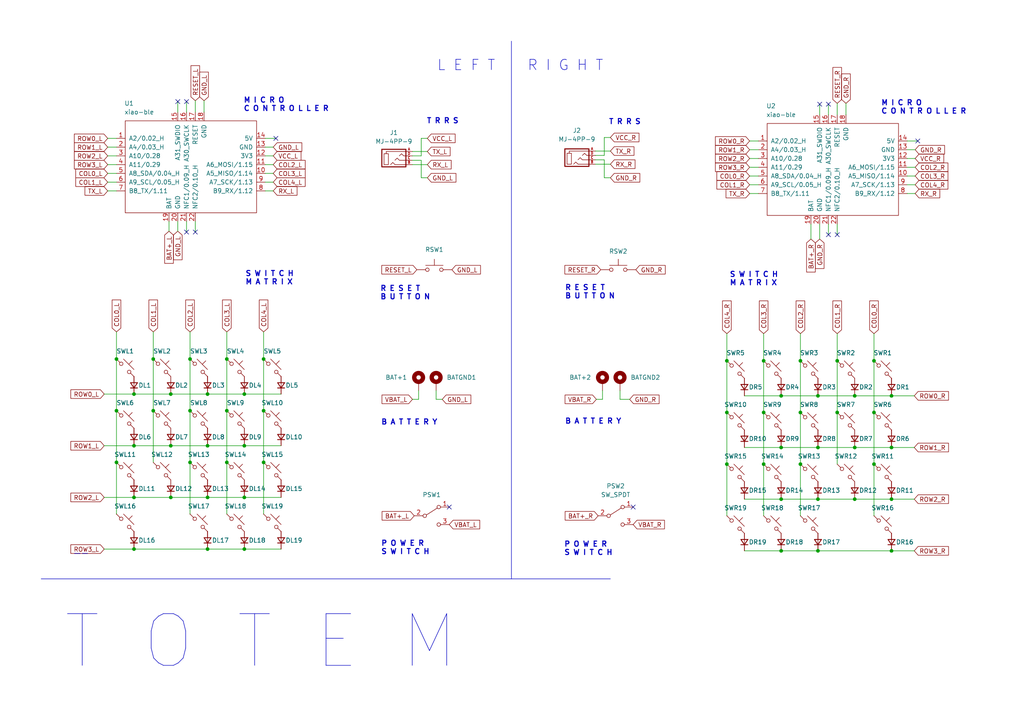
<source format=kicad_sch>
(kicad_sch (version 20250114) (generator "eeschema") (generator_version "9.0")
  (paper "A4")
  (title_block (title "TOTEM split keyboard") (date "2022-11-09") (rev "0.3") (comment 1 "made by GEIST"))
  (lib_symbols
    (symbol "Device:D_Small" (pin_numbers (hide yes)) (pin_names (offset 0.254) (hide yes))
      (property "Reference" "D" (at -1.27 2.032 0))
      (property "Value" "D_Small" (at -3.81 -2.032 0))
      (symbol "D_Small_0_1"
        (polyline (pts (xy -0.762 0) (xy 0.762 0)))
        (polyline (pts (xy -0.762 -1.016) (xy -0.762 1.016)) (stroke (width 0.254)))
        (polyline (pts (xy 0.762 -1.016) (xy -0.762 0) (xy 0.762 1.016) (xy 0.762 -1.016)) (stroke (width 0.254)))
      )
      (symbol "D_Small_1_1"
        (pin passive line (at -2.54 0 0) (length 1.778) (name "K") (number "1"))
        (pin passive line (at 2.54 0 180) (length 1.778) (name "A") (number "2"))
      )
    )
    (symbol "Mechanical:MountingHole_Pad" (pin_numbers (hide yes)) (pin_names (offset 1.016) (hide yes))
      (property "Reference" "H" (at 0 6.35 0))
      (property "Value" "MountingHole_Pad" (at 0 4.445 0))
      (symbol "MountingHole_Pad_0_1"
        (circle (center 0 1.27) (radius 1.27) (stroke (width 1.27)))
      )
      (symbol "MountingHole_Pad_1_1"
        (pin input line (at 0 -2.54 90) (length 2.54) (name "1") (number "1"))
      )
    )
    (symbol "Switch:SW_Push" (pin_numbers (hide yes)) (pin_names (offset 1.016) (hide yes))
      (property "Reference" "SW" (at 1.27 2.54 0))
      (property "Value" "SW_Push" (at 0 -1.524 0))
      (symbol "SW_Push_0_1"
        (circle (center -2.032 0) (radius 0.508))
        (polyline (pts (xy 0 1.27) (xy 0 3.048)))
        (circle (center 2.032 0) (radius 0.508))
        (polyline (pts (xy 2.54 1.27) (xy -2.54 1.27)))
        (pin passive line (at -5.08 0 0) (length 2.54) (name "1") (number "1"))
        (pin passive line (at 5.08 0 180) (length 2.54) (name "2") (number "2"))
      )
    )
    (symbol "Switch:SW_Push_45deg" (pin_numbers (hide yes)) (pin_names (offset 1.016) (hide yes))
      (property "Reference" "SW" (at 3.048 1.016 0))
      (property "Value" "SW_Push_45deg" (at 0 -3.81 0))
      (symbol "SW_Push_45deg_0_1"
        (polyline (pts (xy -2.54 2.54) (xy -1.524 1.524) (xy -1.524 1.524)))
        (circle (center -1.1684 1.1684) (radius 0.508))
        (polyline (pts (xy -0.508 2.54) (xy 2.54 -0.508)))
        (polyline (pts (xy 1.016 1.016) (xy 2.032 2.032)))
        (circle (center 1.143 -1.1938) (radius 0.508))
        (polyline (pts (xy 1.524 -1.524) (xy 2.54 -2.54) (xy 2.54 -2.54) (xy 2.54 -2.54)))
        (pin passive line (at -2.54 2.54 0) (length 0) (name "1") (number "1"))
        (pin passive line (at 2.54 -2.54 180) (length 0) (name "2") (number "2"))
      )
    )
    (symbol "Switch:SW_SPDT" (pin_names (offset 0) (hide yes))
      (property "Reference" "SW" (at 0 4.318 0))
      (property "Value" "SW_SPDT" (at 0 -5.08 0))
      (symbol "SW_SPDT_0_0"
        (circle (center -2.032 0) (radius 0.508))
        (circle (center 2.032 -2.54) (radius 0.508))
      )
      (symbol "SW_SPDT_0_1"
        (polyline (pts (xy -1.524 0.254) (xy 1.651 2.286)))
        (circle (center 2.032 2.54) (radius 0.508))
      )
      (symbol "SW_SPDT_1_1"
        (pin passive line (at -5.08 0 0) (length 2.54) (name "B") (number "2"))
        (pin passive line (at 5.08 2.54 180) (length 2.54) (name "A") (number "1"))
        (pin passive line (at 5.08 -2.54 180) (length 2.54) (name "C") (number "3"))
      )
    )
    (symbol "kbd:MJ-4PP-9" (pin_names (offset 1.016))
      (property "Reference" "J" (at 0 3.81 0))
      (property "Value" "MJ-4PP-9" (at 0 -3.81 0))
      (symbol "MJ-4PP-9_0_1"
        (polyline (pts (xy -2.54 1.27) (xy -2.54 1.905) (xy 3.175 1.905)))
        (rectangle (start -1.905 -1.905) (end -3.175 1.27))
        (polyline (pts (xy -1.27 -1.905) (xy -0.635 -1.27) (xy 0 -1.905) (xy 3.175 -1.905)))
        (polyline (pts (xy 0 -0.635) (xy 0.635 0) (xy 1.27 -0.635) (xy 3.175 -0.635)))
        (polyline (pts (xy 1.27 0.635) (xy 1.905 1.27) (xy 2.54 0.635) (xy 3.175 0.635)))
        (rectangle (start 3.175 2.54) (end -3.81 -2.54) (stroke (width 0.3048)))
      )
      (symbol "MJ-4PP-9_1_1"
        (pin input line (at 5.08 1.905 180) (length 2.0066) (name "~") (number "A"))
        (pin input line (at 5.08 0.635 180) (length 2.0066) (name "~") (number "D"))
        (pin input line (at 5.08 -0.635 180) (length 2.0066) (name "~") (number "C"))
        (pin input line (at 5.08 -1.905 180) (length 2.0066) (name "~") (number "B"))
      )
    )
    (symbol "mcu:xiao-ble" (pin_names (offset 1.016))
      (property "Reference" "U" (at -17.78 16.51 0))
      (property "Value" "xiao-ble" (at -15.24 13.97 0))
      (symbol "xiao-ble_0_1"
        (rectangle (start -19.05 12.7) (end 19.05 -13.97))
      )
      (symbol "xiao-ble_1_1"
        (pin bidirectional line (at -21.59 7.62 0) (length 2.54) (name "A2/0.02_H") (number "1"))
        (pin bidirectional line (at -21.59 5.08 0) (length 2.54) (name "A4/0.03_H") (number "2"))
        (pin bidirectional line (at -21.59 2.54 0) (length 2.54) (name "A10/0.28") (number "3"))
        (pin bidirectional line (at -21.59 0 0) (length 2.54) (name "A11/0.29") (number "4"))
        (pin bidirectional line (at -21.59 -2.54 0) (length 2.54) (name "A8_SDA/0.04_H") (number "5"))
        (pin bidirectional line (at -21.59 -5.08 0) (length 2.54) (name "A9_SCL/0.05_H") (number "6"))
        (pin bidirectional line (at -21.59 -7.62 0) (length 2.54) (name "B8_TX/1.11") (number "7"))
        (pin bidirectional line (at -6.35 -16.51 90) (length 2.54) (name "BAT") (number "19"))
        (pin input line (at -3.81 15.24 270) (length 2.54) (name "A31_SWDIO") (number "15"))
        (pin power_out line (at -3.81 -16.51 90) (length 2.54) (name "GND") (number "20"))
        (pin input line (at -1.27 15.24 270) (length 2.54) (name "A30_SWCLK") (number "16"))
        (pin bidirectional line (at -1.27 -16.51 90) (length 2.54) (name "NFC1/0.09_H") (number "21"))
        (pin input line (at 1.27 15.24 270) (length 2.54) (name "RESET") (number "17"))
        (pin bidirectional line (at 1.27 -16.51 90) (length 2.54) (name "NFC2/0.10_H") (number "22"))
        (pin power_out line (at 3.81 15.24 270) (length 2.54) (name "GND") (number "18"))
        (pin power_out line (at 21.59 7.62 180) (length 2.54) (name "5V") (number "14"))
        (pin power_out line (at 21.59 5.08 180) (length 2.54) (name "GND") (number "13"))
        (pin power_out line (at 21.59 2.54 180) (length 2.54) (name "3V3") (number "12"))
        (pin bidirectional line (at 21.59 0 180) (length 2.54) (name "A6_MOSI/1.15") (number "11"))
        (pin bidirectional line (at 21.59 -2.54 180) (length 2.54) (name "A5_MISO/1.14") (number "10"))
        (pin bidirectional line (at 21.59 -5.08 180) (length 2.54) (name "A7_SCK/1.13") (number "9"))
        (pin bidirectional line (at 21.59 -7.62 180) (length 2.54) (name "B9_RX/1.12") (number "8"))
      )
    )
  )
  (text "M I C R O \nC O N T R O L L E R" (at 255.524 33.274 0) (effects (font (size 1.5 1.5) (thickness 0.3) (bold yes)) (justify left bottom)))
  (text "T R R S" (at 176.53 36.322 0) (effects (font (size 1.5 1.5) (thickness 0.3) (bold yes)) (justify left bottom)))
  (text "R E S E T \nB U T T O N" (at 110.236 87.122 0) (effects (font (size 1.5 1.5) (thickness 0.3) (bold yes)) (justify left bottom)))
  (text "S W I T C H\nM A T R I X" (at 71.12 82.804 0) (effects (font (size 1.5 1.5) (thickness 0.3) (bold yes)) (justify left bottom)))
  (text "P O W E R\nS W I T C H" (at 110.49 161.036 0) (effects (font (size 1.5 1.5) (thickness 0.3) (bold yes)) (justify left bottom)))
  (text "R E S E T \nB U T T O N" (at 163.83 86.868 0) (effects (font (size 1.5 1.5) (thickness 0.3) (bold yes)) (justify left bottom)))
  (text "T O T E M" (at 18.034 195.072 0) (effects (font (size 15 15)) (justify left bottom)))
  (text "S W I T C H\nM A T R I X" (at 211.582 83.058 0) (effects (font (size 1.5 1.5) (thickness 0.3) (bold yes)) (justify left bottom)))
  (text "T R R S" (at 123.698 36.068 0) (effects (font (size 1.5 1.5) (thickness 0.3) (bold yes)) (justify left bottom)))
  (text "B A T T E R Y" (at 110.49 123.444 0) (effects (font (size 1.5 1.5) (thickness 0.3) (bold yes)) (justify left bottom)))
  (text "P O W E R\nS W I T C H" (at 163.576 161.29 0) (effects (font (size 1.5 1.5) (thickness 0.3) (bold yes)) (justify left bottom)))
  (text "R I G H T" (at 152.908 20.828 0) (effects (font (size 3 3)) (justify left bottom)))
  (text "B A T T E R Y" (at 163.83 123.19 0) (effects (font (size 1.5 1.5) (thickness 0.3) (bold yes)) (justify left bottom)))
  (text "L E F T" (at 143.764 20.828 0) (effects (font (size 3 3)) (justify right bottom)))
  (text "M I C R O \nC O N T R O L L E R" (at 70.612 32.512 0) (effects (font (size 1.5 1.5) (thickness 0.3) (bold yes)) (justify left bottom)))
  (junction (at 33.782 104.14))
  (junction (at 33.782 134.112))
  (junction (at 226.568 129.794))
  (junction (at 49.53 114.3))
  (junction (at 44.45 119.126))
  (junction (at 55.118 119.126))
  (junction (at 70.866 129.286))
  (junction (at 226.568 144.78))
  (junction (at 226.568 159.766))
  (junction (at 237.236 114.808))
  (junction (at 49.53 144.272))
  (junction (at 38.862 159.258))
  (junction (at 232.156 119.634))
  (junction (at 258.572 144.78))
  (junction (at 76.454 104.14))
  (junction (at 70.866 144.272))
  (junction (at 221.488 119.634))
  (junction (at 237.236 159.766))
  (junction (at 247.904 144.78))
  (junction (at 76.454 119.126))
  (junction (at 44.45 104.14))
  (junction (at 70.866 114.3))
  (junction (at 210.82 134.62))
  (junction (at 232.156 134.62))
  (junction (at 55.118 104.14))
  (junction (at 247.904 129.794))
  (junction (at 242.824 104.648))
  (junction (at 60.198 144.272))
  (junction (at 38.862 144.272))
  (junction (at 232.156 104.648))
  (junction (at 247.904 114.808))
  (junction (at 210.82 104.648))
  (junction (at 65.786 104.14))
  (junction (at 60.198 114.3))
  (junction (at 60.198 159.258))
  (junction (at 258.572 129.794))
  (junction (at 49.53 129.286))
  (junction (at 33.782 119.126))
  (junction (at 258.572 114.808))
  (junction (at 70.866 159.258))
  (junction (at 237.236 129.794))
  (junction (at 221.488 134.62))
  (junction (at 55.118 134.112))
  (junction (at 258.572 159.766))
  (junction (at 253.492 119.634))
  (junction (at 242.824 119.634))
  (junction (at 38.862 129.286))
  (junction (at 65.786 119.126))
  (junction (at 76.454 134.112))
  (junction (at 253.492 134.62))
  (junction (at 65.786 134.112))
  (junction (at 226.568 114.808))
  (junction (at 60.198 129.286))
  (junction (at 237.236 144.78))
  (junction (at 38.862 114.3))
  (junction (at 253.492 104.648))
  (junction (at 221.488 104.648))
  (junction (at 210.82 119.634))
  (no_connect (at 237.744 30.226))
  (no_connect (at 240.284 30.226))
  (no_connect (at 54.102 67.31))
  (no_connect (at 56.642 67.31))
  (no_connect (at 183.642 147.066))
  (no_connect (at 54.102 29.464))
  (no_connect (at 51.562 29.464))
  (no_connect (at 266.192 40.894))
  (no_connect (at 80.01 40.132))
  (no_connect (at 130.302 147.066))
  (no_connect (at 242.824 68.072))
  (no_connect (at 240.284 68.072))
  (wire (pts (xy 215.9 144.78) (xy 226.568 144.78)))
  (wire (pts (xy 49.022 64.262) (xy 49.022 67.056)))
  (wire (pts (xy 217.424 40.894) (xy 219.964 40.894)))
  (wire (pts (xy 215.9 129.794) (xy 226.568 129.794)))
  (wire (pts (xy 247.904 114.808) (xy 258.572 114.808)))
  (wire (pts (xy 179.832 113.284) (xy 179.832 115.824)))
  (wire (pts (xy 76.962 40.132) (xy 80.01 40.132)))
  (wire (pts (xy 253.492 96.774) (xy 253.492 104.648)))
  (wire (pts (xy 126.492 115.824) (xy 128.27 115.824)))
  (wire (pts (xy 126.492 113.284) (xy 126.492 115.824)))
  (wire (pts (xy 56.642 29.21) (xy 56.642 32.512)))
  (wire (pts (xy 65.786 104.14) (xy 65.786 119.126)))
  (wire (pts (xy 263.144 51.054) (xy 265.43 51.054)))
  (wire (pts (xy 240.284 65.024) (xy 240.284 68.072)))
  (wire (pts (xy 49.53 144.272) (xy 60.198 144.272)))
  (wire (pts (xy 210.82 96.774) (xy 210.82 104.648)))
  (wire (pts (xy 31.242 40.132) (xy 33.782 40.132)))
  (wire (pts (xy 217.424 56.134) (xy 219.964 56.134)))
  (wire (pts (xy 122.174 40.132) (xy 122.174 45.212)))
  (wire (pts (xy 175.26 46.355) (xy 175.26 51.562)))
  (wire (pts (xy 70.866 129.286) (xy 81.534 129.286)))
  (wire (pts (xy 226.568 144.78) (xy 237.236 144.78)))
  (wire (pts (xy 210.82 134.62) (xy 210.82 149.606)))
  (wire (pts (xy 210.82 119.634) (xy 210.82 134.62)))
  (wire (pts (xy 237.236 114.808) (xy 247.904 114.808)))
  (wire (pts (xy 217.424 51.054) (xy 219.964 51.054)))
  (wire (pts (xy 65.786 119.126) (xy 65.786 134.112)))
  (wire (pts (xy 263.144 43.434) (xy 265.43 43.434)))
  (wire (pts (xy 55.118 134.112) (xy 55.118 149.098)))
  (wire (pts (xy 253.492 134.62) (xy 253.492 149.606)))
  (wire (pts (xy 122.174 46.482) (xy 122.174 51.562)))
  (wire (pts (xy 38.862 129.286) (xy 49.53 129.286)))
  (wire (pts (xy 76.454 104.14) (xy 76.454 119.126)))
  (wire (pts (xy 242.824 104.648) (xy 242.824 119.634)))
  (wire (pts (xy 232.156 96.774) (xy 232.156 104.648)))
  (wire (pts (xy 215.9 114.808) (xy 226.568 114.808)))
  (wire (pts (xy 76.962 45.212) (xy 79.248 45.212)))
  (wire (pts (xy 33.782 134.112) (xy 33.782 149.098)))
  (wire (pts (xy 31.242 47.752) (xy 33.782 47.752)))
  (wire (pts (xy 54.102 29.464) (xy 54.102 32.512)))
  (wire (pts (xy 172.72 47.625) (xy 177.038 47.625)))
  (wire (pts (xy 217.424 48.514) (xy 219.964 48.514)))
  (wire (pts (xy 30.226 129.286) (xy 38.862 129.286)))
  (wire (pts (xy 237.744 65.024) (xy 237.744 69.342)))
  (wire (pts (xy 76.962 52.832) (xy 79.248 52.832)))
  (wire (pts (xy 253.492 104.648) (xy 253.492 119.634)))
  (wire (pts (xy 38.862 144.272) (xy 49.53 144.272)))
  (wire (pts (xy 51.562 29.464) (xy 51.562 32.512)))
  (wire (pts (xy 76.962 55.372) (xy 79.248 55.372)))
  (polyline (pts (xy 21.59 160.528) (xy 25.4 160.528)) (stroke (width 0) (type dash)))
  (wire (pts (xy 263.144 56.134) (xy 265.43 56.134)))
  (wire (pts (xy 263.144 40.894) (xy 266.192 40.894)))
  (wire (pts (xy 215.9 159.766) (xy 226.568 159.766)))
  (wire (pts (xy 70.866 114.3) (xy 81.534 114.3)))
  (wire (pts (xy 175.26 51.562) (xy 177.038 51.562)))
  (wire (pts (xy 258.572 129.794) (xy 265.176 129.794)))
  (wire (pts (xy 263.144 48.514) (xy 265.43 48.514)))
  (wire (pts (xy 242.824 119.634) (xy 242.824 134.62)))
  (wire (pts (xy 33.782 96.266) (xy 33.782 104.14)))
  (wire (pts (xy 76.454 96.266) (xy 76.454 104.14)))
  (wire (pts (xy 122.174 40.132) (xy 123.952 40.132)))
  (wire (pts (xy 232.156 119.634) (xy 232.156 134.62)))
  (wire (pts (xy 38.862 159.258) (xy 60.198 159.258)))
  (wire (pts (xy 177.038 39.878) (xy 175.26 39.878)))
  (wire (pts (xy 258.572 144.78) (xy 265.176 144.78)))
  (wire (pts (xy 31.242 45.212) (xy 33.782 45.212)))
  (wire (pts (xy 237.236 159.766) (xy 258.572 159.766)))
  (wire (pts (xy 65.786 96.266) (xy 65.786 104.14)))
  (wire (pts (xy 76.454 134.112) (xy 76.454 149.098)))
  (wire (pts (xy 119.634 115.824) (xy 121.412 115.824)))
  (wire (pts (xy 221.488 104.648) (xy 221.488 119.634)))
  (wire (pts (xy 242.824 96.774) (xy 242.824 104.648)))
  (wire (pts (xy 242.824 65.024) (xy 242.824 68.072)))
  (wire (pts (xy 119.634 47.752) (xy 123.952 47.752)))
  (wire (pts (xy 226.568 159.766) (xy 237.236 159.766)))
  (wire (pts (xy 119.634 45.212) (xy 122.174 45.212)))
  (wire (pts (xy 221.488 134.62) (xy 221.488 149.606)))
  (wire (pts (xy 119.634 43.942) (xy 123.952 43.942)))
  (wire (pts (xy 237.236 144.78) (xy 247.904 144.78)))
  (wire (pts (xy 245.364 29.972) (xy 245.364 33.274)))
  (polyline (pts (xy 148.336 11.938) (xy 148.336 167.894)) (stroke (width 0) (type solid)))
  (wire (pts (xy 121.412 115.824) (xy 121.412 113.284)))
  (wire (pts (xy 30.226 114.3) (xy 38.862 114.3)))
  (wire (pts (xy 76.454 119.126) (xy 76.454 134.112)))
  (wire (pts (xy 258.572 159.766) (xy 265.176 159.766)))
  (wire (pts (xy 59.182 29.21) (xy 59.182 32.512)))
  (wire (pts (xy 49.53 129.286) (xy 60.198 129.286)))
  (wire (pts (xy 122.174 51.562) (xy 123.952 51.562)))
  (wire (pts (xy 31.242 50.292) (xy 33.782 50.292)))
  (wire (pts (xy 258.572 114.808) (xy 265.176 114.808)))
  (wire (pts (xy 263.144 45.974) (xy 265.43 45.974)))
  (polyline (pts (xy 11.938 167.894) (xy 177.038 167.894)) (stroke (width 0) (type solid)))
  (wire (pts (xy 60.198 144.272) (xy 70.866 144.272)))
  (wire (pts (xy 242.824 29.972) (xy 242.824 33.274)))
  (wire (pts (xy 172.974 115.824) (xy 174.752 115.824)))
  (wire (pts (xy 247.904 129.794) (xy 258.572 129.794)))
  (wire (pts (xy 237.744 30.226) (xy 237.744 33.274)))
  (wire (pts (xy 172.72 46.355) (xy 175.26 46.355)))
  (wire (pts (xy 226.568 114.808) (xy 237.236 114.808)))
  (wire (pts (xy 56.642 64.262) (xy 56.642 67.31)))
  (wire (pts (xy 49.53 114.3) (xy 60.198 114.3)))
  (wire (pts (xy 60.198 129.286) (xy 70.866 129.286)))
  (wire (pts (xy 232.156 134.62) (xy 232.156 149.606)))
  (wire (pts (xy 263.144 53.594) (xy 265.43 53.594)))
  (wire (pts (xy 31.242 55.372) (xy 33.782 55.372)))
  (wire (pts (xy 44.45 104.14) (xy 44.45 119.126)))
  (wire (pts (xy 217.424 53.594) (xy 219.964 53.594)))
  (wire (pts (xy 172.72 45.085) (xy 175.26 45.085)))
  (wire (pts (xy 44.45 119.126) (xy 44.45 134.112)))
  (wire (pts (xy 237.236 129.794) (xy 247.904 129.794)))
  (wire (pts (xy 44.45 96.266) (xy 44.45 104.14)))
  (wire (pts (xy 38.862 114.3) (xy 49.53 114.3)))
  (wire (pts (xy 55.118 119.126) (xy 55.118 134.112)))
  (wire (pts (xy 217.424 43.434) (xy 219.964 43.434)))
  (wire (pts (xy 221.488 119.634) (xy 221.488 134.62)))
  (wire (pts (xy 65.786 134.112) (xy 65.786 149.098)))
  (wire (pts (xy 76.962 47.752) (xy 79.248 47.752)))
  (wire (pts (xy 174.752 115.824) (xy 174.752 113.284)))
  (wire (pts (xy 240.284 30.226) (xy 240.284 33.274)))
  (wire (pts (xy 60.198 159.258) (xy 70.866 159.258)))
  (wire (pts (xy 210.82 104.648) (xy 210.82 119.634)))
  (wire (pts (xy 31.242 52.832) (xy 33.782 52.832)))
  (wire (pts (xy 247.904 144.78) (xy 258.572 144.78)))
  (wire (pts (xy 221.488 96.774) (xy 221.488 104.648)))
  (wire (pts (xy 30.226 144.272) (xy 38.862 144.272)))
  (wire (pts (xy 76.962 42.672) (xy 79.248 42.672)))
  (wire (pts (xy 31.242 42.672) (xy 33.782 42.672)))
  (wire (pts (xy 232.156 104.648) (xy 232.156 119.634)))
  (wire (pts (xy 70.866 159.258) (xy 81.534 159.258)))
  (wire (pts (xy 235.204 65.024) (xy 235.204 69.342)))
  (wire (pts (xy 55.118 104.14) (xy 55.118 119.126)))
  (wire (pts (xy 33.782 104.14) (xy 33.782 119.126)))
  (wire (pts (xy 54.102 64.262) (xy 54.102 67.31)))
  (wire (pts (xy 55.118 96.266) (xy 55.118 104.14)))
  (wire (pts (xy 179.832 115.824) (xy 182.626 115.824)))
  (wire (pts (xy 60.198 114.3) (xy 70.866 114.3)))
  (wire (pts (xy 76.962 50.292) (xy 79.248 50.292)))
  (wire (pts (xy 51.562 64.262) (xy 51.562 67.056)))
  (wire (pts (xy 30.226 159.258) (xy 38.862 159.258)))
  (wire (pts (xy 33.782 119.126) (xy 33.782 134.112)))
  (wire (pts (xy 217.424 45.974) (xy 219.964 45.974)))
  (wire (pts (xy 253.492 119.634) (xy 253.492 134.62)))
  (wire (pts (xy 122.174 46.482) (xy 119.634 46.482)))
  (wire (pts (xy 70.866 144.272) (xy 81.534 144.272)))
  (wire (pts (xy 175.26 39.878) (xy 175.26 45.085)))
  (wire (pts (xy 226.568 129.794) (xy 237.236 129.794)))
  (wire (pts (xy 172.72 43.815) (xy 177.038 43.815)))
  (global_label "GND_L" (shape input) (at 131.064 78.232 0) (property "Intersheetrefs" "${INTERSHEET_REFS}" (effects (hide yes))))
  (global_label "VCC_R" (shape input) (at 265.43 45.974 0) (property "Intersheetrefs" "${INTERSHEET_REFS}" (effects (hide yes))))
  (global_label "RX_L" (shape input) (at 123.952 47.752 0) (property "Intersheetrefs" "${INTERSHEET_REFS}" (effects (hide yes))))
  (global_label "ROW3_R" (shape input) (at 265.176 159.766 0) (property "Intersheetrefs" "${INTERSHEET_REFS}" (effects (hide yes))))
  (global_label "GND_R" (shape input) (at 265.43 43.434 0) (property "Intersheetrefs" "${INTERSHEET_REFS}" (effects (hide yes))))
  (global_label "COL3_L" (shape input) (at 65.786 96.266 90) (property "Intersheetrefs" "${INTERSHEET_REFS}" (effects (hide yes))))
  (global_label "COL4_L" (shape input) (at 76.454 96.266 90) (property "Intersheetrefs" "${INTERSHEET_REFS}" (effects (hide yes))))
  (global_label "ROW0_R" (shape input) (at 265.176 114.808 0) (property "Intersheetrefs" "${INTERSHEET_REFS}" (effects (hide yes))))
  (global_label "COL1_L" (shape input) (at 44.45 96.266 90) (property "Intersheetrefs" "${INTERSHEET_REFS}" (effects (hide yes))))
  (global_label "GND_L" (shape input) (at 59.182 29.21 90) (property "Intersheetrefs" "${INTERSHEET_REFS}" (effects (hide yes))))
  (global_label "COL2_R" (shape input) (at 232.156 96.774 90) (property "Intersheetrefs" "${INTERSHEET_REFS}" (effects (hide yes))))
  (global_label "GND_L" (shape input) (at 79.248 42.672 0) (property "Intersheetrefs" "${INTERSHEET_REFS}" (effects (hide yes))))
  (global_label "BAT+_L" (shape input) (at 120.142 149.606 180) (property "Intersheetrefs" "${INTERSHEET_REFS}" (effects (hide yes))))
  (global_label "ROW0_R" (shape input) (at 217.424 40.894 180) (property "Intersheetrefs" "${INTERSHEET_REFS}" (effects (hide yes))))
  (global_label "COL0_R" (shape input) (at 217.424 51.054 180) (property "Intersheetrefs" "${INTERSHEET_REFS}" (effects (hide yes))))
  (global_label "COL4_R" (shape input) (at 265.43 53.594 0) (property "Intersheetrefs" "${INTERSHEET_REFS}" (effects (hide yes))))
  (global_label "VCC_L" (shape input) (at 123.952 40.132 0) (property "Intersheetrefs" "${INTERSHEET_REFS}" (effects (hide yes))))
  (global_label "VCC_R" (shape input) (at 177.038 39.878 0) (property "Intersheetrefs" "${INTERSHEET_REFS}" (effects (hide yes))))
  (global_label "RESET_R" (shape input) (at 242.824 29.972 90) (property "Intersheetrefs" "${INTERSHEET_REFS}" (effects (hide yes))))
  (global_label "RESET_R" (shape input) (at 174.244 78.232 180) (property "Intersheetrefs" "${INTERSHEET_REFS}" (effects (hide yes))))
  (global_label "ROW3_L" (shape input) (at 30.226 159.258 180) (property "Intersheetrefs" "${INTERSHEET_REFS}" (effects (hide yes))))
  (global_label "VBAT_R" (shape input) (at 183.642 152.146 0) (property "Intersheetrefs" "${INTERSHEET_REFS}" (effects (hide yes))))
  (global_label "GND_L" (shape input) (at 51.562 67.056 270) (property "Intersheetrefs" "${INTERSHEET_REFS}" (effects (hide yes))))
  (global_label "RESET_L" (shape input) (at 120.904 78.232 180) (property "Intersheetrefs" "${INTERSHEET_REFS}" (effects (hide yes))))
  (global_label "VBAT_R" (shape input) (at 172.974 115.824 180) (property "Intersheetrefs" "${INTERSHEET_REFS}" (effects (hide yes))))
  (global_label "VCC_L" (shape input) (at 79.248 45.212 0) (property "Intersheetrefs" "${INTERSHEET_REFS}" (effects (hide yes))))
  (global_label "TX_L" (shape input) (at 123.952 43.942 0) (property "Intersheetrefs" "${INTERSHEET_REFS}" (effects (hide yes))))
  (global_label "BAT+_L" (shape input) (at 49.022 67.056 270) (property "Intersheetrefs" "${INTERSHEET_REFS}" (effects (hide yes))))
  (global_label "COL1_R" (shape input) (at 217.424 53.594 180) (property "Intersheetrefs" "${INTERSHEET_REFS}" (effects (hide yes))))
  (global_label "ROW3_R" (shape input) (at 217.424 48.514 180) (property "Intersheetrefs" "${INTERSHEET_REFS}" (effects (hide yes))))
  (global_label "BAT+_R" (shape input) (at 173.482 149.606 180) (property "Intersheetrefs" "${INTERSHEET_REFS}" (effects (hide yes))))
  (global_label "ROW0_L" (shape input) (at 30.226 114.3 180) (property "Intersheetrefs" "${INTERSHEET_REFS}" (effects (hide yes))))
  (global_label "GND_L" (shape input) (at 128.27 115.824 0) (property "Intersheetrefs" "${INTERSHEET_REFS}" (effects (hide yes))))
  (global_label "VBAT_L" (shape input) (at 119.634 115.824 180) (property "Intersheetrefs" "${INTERSHEET_REFS}" (effects (hide yes))))
  (global_label "ROW1_R" (shape input) (at 265.176 129.794 0) (property "Intersheetrefs" "${INTERSHEET_REFS}" (effects (hide yes))))
  (global_label "GND_L" (shape input) (at 123.952 51.562 0) (property "Intersheetrefs" "${INTERSHEET_REFS}" (effects (hide yes))))
  (global_label "BAT+_R" (shape input) (at 235.204 69.342 270) (property "Intersheetrefs" "${INTERSHEET_REFS}" (effects (hide yes))))
  (global_label "GND_R" (shape input) (at 182.626 115.824 0) (property "Intersheetrefs" "${INTERSHEET_REFS}" (effects (hide yes))))
  (global_label "RX_L" (shape input) (at 79.248 55.372 0) (property "Intersheetrefs" "${INTERSHEET_REFS}" (effects (hide yes))))
  (global_label "GND_R" (shape input) (at 184.404 78.232 0) (property "Intersheetrefs" "${INTERSHEET_REFS}" (effects (hide yes))))
  (global_label "COL0_L" (shape input) (at 33.782 96.266 90) (property "Intersheetrefs" "${INTERSHEET_REFS}" (effects (hide yes))))
  (global_label "ROW3_L" (shape input) (at 31.242 47.752 180) (property "Intersheetrefs" "${INTERSHEET_REFS}" (effects (hide yes))))
  (global_label "COL3_R" (shape input) (at 265.43 51.054 0) (property "Intersheetrefs" "${INTERSHEET_REFS}" (effects (hide yes))))
  (global_label "TX_R" (shape input) (at 177.038 43.815 0) (property "Intersheetrefs" "${INTERSHEET_REFS}" (effects (hide yes))))
  (global_label "COL4_R" (shape input) (at 210.82 96.774 90) (property "Intersheetrefs" "${INTERSHEET_REFS}" (effects (hide yes))))
  (global_label "RESET_L" (shape input) (at 56.642 29.21 90) (property "Intersheetrefs" "${INTERSHEET_REFS}" (effects (hide yes))))
  (global_label "RX_R" (shape input) (at 177.038 47.625 0) (property "Intersheetrefs" "${INTERSHEET_REFS}" (effects (hide yes))))
  (global_label "COL3_R" (shape input) (at 221.488 96.774 90) (property "Intersheetrefs" "${INTERSHEET_REFS}" (effects (hide yes))))
  (global_label "TX_R" (shape input) (at 217.424 56.134 180) (property "Intersheetrefs" "${INTERSHEET_REFS}" (effects (hide yes))))
  (global_label "ROW1_L" (shape input) (at 30.226 129.286 180) (property "Intersheetrefs" "${INTERSHEET_REFS}" (effects (hide yes))))
  (global_label "ROW2_L" (shape input) (at 31.242 45.212 180) (property "Intersheetrefs" "${INTERSHEET_REFS}" (effects (hide yes))))
  (global_label "GND_R" (shape input) (at 237.744 69.342 270) (property "Intersheetrefs" "${INTERSHEET_REFS}" (effects (hide yes))))
  (global_label "COL2_R" (shape input) (at 265.43 48.514 0) (property "Intersheetrefs" "${INTERSHEET_REFS}" (effects (hide yes))))
  (global_label "GND_R" (shape input) (at 245.364 29.972 90) (property "Intersheetrefs" "${INTERSHEET_REFS}" (effects (hide yes))))
  (global_label "VBAT_L" (shape input) (at 130.302 152.146 0) (property "Intersheetrefs" "${INTERSHEET_REFS}" (effects (hide yes))))
  (global_label "ROW1_L" (shape input) (at 31.242 42.672 180) (property "Intersheetrefs" "${INTERSHEET_REFS}" (effects (hide yes))))
  (global_label "COL1_R" (shape input) (at 242.824 96.774 90) (property "Intersheetrefs" "${INTERSHEET_REFS}" (effects (hide yes))))
  (global_label "GND_R" (shape input) (at 177.038 51.562 0) (property "Intersheetrefs" "${INTERSHEET_REFS}" (effects (hide yes))))
  (global_label "COL0_L" (shape input) (at 31.242 50.292 180) (property "Intersheetrefs" "${INTERSHEET_REFS}" (effects (hide yes))))
  (global_label "COL2_L" (shape input) (at 79.248 47.752 0) (property "Intersheetrefs" "${INTERSHEET_REFS}" (effects (hide yes))))
  (global_label "ROW1_R" (shape input) (at 217.424 43.434 180) (property "Intersheetrefs" "${INTERSHEET_REFS}" (effects (hide yes))))
  (global_label "ROW2_R" (shape input) (at 265.176 144.78 0) (property "Intersheetrefs" "${INTERSHEET_REFS}" (effects (hide yes))))
  (global_label "COL0_R" (shape input) (at 253.492 96.774 90) (property "Intersheetrefs" "${INTERSHEET_REFS}" (effects (hide yes))))
  (global_label "COL3_L" (shape input) (at 79.248 50.292 0) (property "Intersheetrefs" "${INTERSHEET_REFS}" (effects (hide yes))))
  (global_label "COL2_L" (shape input) (at 55.118 96.266 90) (property "Intersheetrefs" "${INTERSHEET_REFS}" (effects (hide yes))))
  (global_label "TX_L" (shape input) (at 31.242 55.372 180) (property "Intersheetrefs" "${INTERSHEET_REFS}" (effects (hide yes))))
  (global_label "ROW2_L" (shape input) (at 30.226 144.272 180) (property "Intersheetrefs" "${INTERSHEET_REFS}" (effects (hide yes))))
  (global_label "COL4_L" (shape input) (at 79.248 52.832 0) (property "Intersheetrefs" "${INTERSHEET_REFS}" (effects (hide yes))))
  (global_label "RX_R" (shape input) (at 265.43 56.134 0) (property "Intersheetrefs" "${INTERSHEET_REFS}" (effects (hide yes))))
  (global_label "ROW0_L" (shape input) (at 31.242 40.132 180) (property "Intersheetrefs" "${INTERSHEET_REFS}" (effects (hide yes))))
  (global_label "COL1_L" (shape input) (at 31.242 52.832 180) (property "Intersheetrefs" "${INTERSHEET_REFS}" (effects (hide yes))))
  (global_label "ROW2_R" (shape input) (at 217.424 45.974 180) (property "Intersheetrefs" "${INTERSHEET_REFS}" (effects (hide yes))))
  (symbol (lib_id "Device:D_Small") (at 81.534 156.718 90) (unit 1)
    (property "Reference" "DL19" (at 82.804 156.718 90) (effects (justify right)))
    (property "Value" "D_Small" (effects (hide yes)))
    (property "Footprint" "TOTEMlib:Diode_SOD123" (effects (hide yes)))
  )
  (symbol (lib_id "Switch:SW_Push_45deg") (at 245.364 107.188 0) (unit 1)
    (property "Reference" "SWR2" (at 245.364 102.362 0))
    (property "Value" "SW_Push_45deg" (effects (hide yes)))
    (property "Footprint" "TOTEMlib:Kailh_socket_PG1350_optional" (effects (hide yes)))
  )
  (symbol (lib_id "Switch:SW_Push_45deg") (at 57.658 151.638 0) (unit 1)
    (property "Reference" "SWL17" (at 57.658 146.812 0))
    (property "Value" "SW_Push_45deg" (effects (hide yes)))
    (property "Footprint" "TOTEMlib:Kailh_socket_PG1350_optional" (effects (hide yes)))
  )
  (symbol (lib_id "Switch:SW_Push_45deg") (at 36.322 151.638 0) (unit 1)
    (property "Reference" "SWL16" (at 36.322 146.812 0))
    (property "Value" "SW_Push_45deg" (effects (hide yes)))
    (property "Footprint" "TOTEMlib:Kailh_socket_PG1350_optional" (effects (hide yes)))
  )
  (symbol (lib_id "Switch:SW_Push_45deg") (at 256.032 152.146 0) (unit 1)
    (property "Reference" "SWR16" (at 256.032 147.32 0))
    (property "Value" "SW_Push_45deg" (effects (hide yes)))
    (property "Footprint" "TOTEMlib:Kailh_socket_PG1350_optional" (effects (hide yes)))
  )
  (symbol (lib_id "Switch:SW_SPDT") (at 125.222 149.606 0) (unit 1)
    (property "Reference" "PSW1" (at 125.222 143.51 0))
    (property "Value" "SW_SPDT" (effects (hide yes)))
    (property "Footprint" "TOTEMlib:MSK12C02" (effects (hide yes)))
  )
  (symbol (lib_id "Switch:SW_Push_45deg") (at 68.326 106.68 0) (unit 1)
    (property "Reference" "SWL4" (at 68.326 101.854 0))
    (property "Value" "SW_Push_45deg" (effects (hide yes)))
    (property "Footprint" "TOTEMlib:Kailh_socket_PG1350_optional" (effects (hide yes)))
  )
  (symbol (lib_id "Device:D_Small") (at 258.572 127.254 90) (unit 1)
    (property "Reference" "DR6" (at 259.842 127.254 90) (effects (justify right)))
    (property "Value" "D_Small" (effects (hide yes)))
    (property "Footprint" "TOTEMlib:Diode_SOD123" (effects (hide yes)))
  )
  (symbol (lib_id "Mechanical:MountingHole_Pad") (at 121.412 110.744 0) (unit 1)
    (property "Reference" "BAT+1" (at 118.11 109.474 0) (effects (justify right)))
    (property "Value" "+" (effects (hide yes)))
    (property "Footprint" "TOTEMlib:BatteryPad" (effects (hide yes)))
  )
  (symbol (lib_id "Switch:SW_Push_45deg") (at 234.696 107.188 0) (unit 1)
    (property "Reference" "SWR3" (at 234.696 102.362 0))
    (property "Value" "SW_Push_45deg" (effects (hide yes)))
    (property "Footprint" "TOTEMlib:Kailh_socket_PG1350_optional" (effects (hide yes)))
  )
  (symbol (lib_id "Switch:SW_Push_45deg") (at 57.658 106.68 0) (unit 1)
    (property "Reference" "SWL3" (at 57.658 101.854 0))
    (property "Value" "SW_Push_45deg" (effects (hide yes)))
    (property "Footprint" "TOTEMlib:Kailh_socket_PG1350_optional" (effects (hide yes)))
  )
  (symbol (lib_id "Switch:SW_SPDT") (at 178.562 149.606 0) (unit 1)
    (property "Reference" "PSW2" (at 178.562 140.97 0))
    (property "Value" "SW_SPDT" (at 178.562 143.51 0))
    (property "Footprint" "TOTEMlib:MSK12C02" (effects (hide yes)))
  )
  (symbol (lib_id "Mechanical:MountingHole_Pad") (at 126.492 110.744 0) (unit 1)
    (property "Reference" "BATGND1" (at 129.54 109.474 0) (effects (justify left)))
    (property "Value" "-" (effects (hide yes)))
    (property "Footprint" "TOTEMlib:BatteryPad" (effects (hide yes)))
  )
  (symbol (lib_id "Device:D_Small") (at 215.9 112.268 90) (unit 1)
    (property "Reference" "DR5" (at 217.17 112.268 90) (effects (justify right)))
    (property "Value" "D_Small" (effects (hide yes)))
    (property "Footprint" "TOTEMlib:Diode_SOD123" (effects (hide yes)))
  )
  (symbol (lib_id "Switch:SW_Push_45deg") (at 213.36 122.174 0) (unit 1)
    (property "Reference" "SWR10" (at 213.36 117.348 0))
    (property "Value" "SW_Push_45deg" (effects (hide yes)))
    (property "Footprint" "TOTEMlib:Kailh_socket_PG1350_optional" (effects (hide yes)))
  )
  (symbol (lib_id "Switch:SW_Push") (at 125.984 78.232 0) (unit 1)
    (property "Reference" "RSW1" (at 125.984 72.39 0))
    (property "Value" "SW_Push" (effects (hide yes)))
    (property "Footprint" "TOTEMlib:SKHLLCA010" (effects (hide yes)))
  )
  (symbol (lib_id "Switch:SW_Push_45deg") (at 245.364 137.16 0) (unit 1)
    (property "Reference" "SWR12" (at 245.364 132.334 0))
    (property "Value" "SW_Push_45deg" (effects (hide yes)))
    (property "Footprint" "TOTEMlib:Kailh_socket_PG1350_optional" (effects (hide yes)))
  )
  (symbol (lib_id "Switch:SW_Push_45deg") (at 234.696 122.174 0) (unit 1)
    (property "Reference" "SWR8" (at 234.696 117.348 0))
    (property "Value" "SW_Push_45deg" (effects (hide yes)))
    (property "Footprint" "TOTEMlib:Kailh_socket_PG1350_optional" (effects (hide yes)))
  )
  (symbol (lib_id "Switch:SW_Push_45deg") (at 46.99 121.666 0) (unit 1)
    (property "Reference" "SWL7" (at 46.99 116.84 0))
    (property "Value" "SW_Push_45deg" (effects (hide yes)))
    (property "Footprint" "TOTEMlib:Kailh_socket_PG1350_optional" (effects (hide yes)))
  )
  (symbol (lib_id "mcu:xiao-ble") (at 55.372 47.752 0) (unit 1)
    (property "Reference" "U1" (at 36.068 29.972 0) (effects (justify left)))
    (property "Value" "xiao-ble" (at 36.068 32.512 0) (effects (justify left)))
    (property "Footprint" "TOTEMlib:xiao-ble-smd-cutout" (effects (hide yes)))
  )
  (symbol (lib_id "Device:D_Small") (at 226.568 142.24 90) (unit 1)
    (property "Reference" "DR14" (at 227.838 142.24 90) (effects (justify right)))
    (property "Value" "D_Small" (effects (hide yes)))
    (property "Footprint" "TOTEMlib:Diode_SOD123" (effects (hide yes)))
  )
  (symbol (lib_id "Switch:SW_Push_45deg") (at 234.696 137.16 0) (unit 1)
    (property "Reference" "SWR13" (at 234.696 132.334 0))
    (property "Value" "SW_Push_45deg" (effects (hide yes)))
    (property "Footprint" "TOTEMlib:Kailh_socket_PG1350_optional" (effects (hide yes)))
  )
  (symbol (lib_id "Device:D_Small") (at 38.862 111.76 90) (unit 1)
    (property "Reference" "DL1" (at 40.132 111.76 90) (effects (justify right)))
    (property "Value" "D_Small" (effects (hide yes)))
    (property "Footprint" "TOTEMlib:Diode_SOD123" (effects (hide yes)))
  )
  (symbol (lib_id "Device:D_Small") (at 258.572 157.226 90) (unit 1)
    (property "Reference" "DR16" (at 259.842 157.226 90) (effects (justify right)))
    (property "Value" "D_Small" (effects (hide yes)))
    (property "Footprint" "TOTEMlib:Diode_SOD123" (effects (hide yes)))
  )
  (symbol (lib_id "Switch:SW_Push_45deg") (at 213.36 107.188 0) (unit 1)
    (property "Reference" "SWR5" (at 213.36 102.362 0))
    (property "Value" "SW_Push_45deg" (effects (hide yes)))
    (property "Footprint" "TOTEMlib:Kailh_socket_PG1350_optional" (effects (hide yes)))
  )
  (symbol (lib_id "Device:D_Small") (at 49.53 111.76 90) (unit 1)
    (property "Reference" "DL2" (at 50.8 111.76 90) (effects (justify right)))
    (property "Value" "D_Small" (effects (hide yes)))
    (property "Footprint" "TOTEMlib:Diode_SOD123" (effects (hide yes)))
  )
  (symbol (lib_id "Switch:SW_Push_45deg") (at 57.658 121.666 0) (unit 1)
    (property "Reference" "SWL8" (at 57.658 116.84 0))
    (property "Value" "SW_Push_45deg" (effects (hide yes)))
    (property "Footprint" "TOTEMlib:Kailh_socket_PG1350_optional" (effects (hide yes)))
  )
  (symbol (lib_id "Switch:SW_Push_45deg") (at 68.326 136.652 0) (unit 1)
    (property "Reference" "SWL14" (at 68.326 131.826 0))
    (property "Value" "SW_Push_45deg" (effects (hide yes)))
    (property "Footprint" "TOTEMlib:Kailh_socket_PG1350_optional" (effects (hide yes)))
  )
  (symbol (lib_id "Device:D_Small") (at 70.866 141.732 90) (unit 1)
    (property "Reference" "DL14" (at 72.136 141.732 90) (effects (justify right)))
    (property "Value" "D_Small" (effects (hide yes)))
    (property "Footprint" "TOTEMlib:Diode_SOD123" (effects (hide yes)))
  )
  (symbol (lib_id "Device:D_Small") (at 215.9 142.24 90) (unit 1)
    (property "Reference" "DR15" (at 217.17 142.24 90) (effects (justify right)))
    (property "Value" "D_Small" (effects (hide yes)))
    (property "Footprint" "TOTEMlib:Diode_SOD123" (effects (hide yes)))
  )
  (symbol (lib_id "Switch:SW_Push_45deg") (at 78.994 151.638 0) (unit 1)
    (property "Reference" "SWL19" (at 78.994 146.812 0))
    (property "Value" "SW_Push_45deg" (effects (hide yes)))
    (property "Footprint" "TOTEMlib:Kailh_socket_PG1350_optional" (effects (hide yes)))
  )
  (symbol (lib_id "Switch:SW_Push_45deg") (at 213.36 152.146 0) (unit 1)
    (property "Reference" "SWR19" (at 213.36 147.32 0))
    (property "Value" "SW_Push_45deg" (effects (hide yes)))
    (property "Footprint" "TOTEMlib:Kailh_socket_PG1350_optional" (effects (hide yes)))
  )
  (symbol (lib_id "kbd:MJ-4PP-9") (at 114.554 45.847 0) (unit 1)
    (property "Reference" "J1" (at 114.2365 38.481 0))
    (property "Value" "MJ-4PP-9" (at 114.2365 41.021 0))
    (property "Footprint" "TOTEMlib:MJ-4PP-9_1side" (effects (hide yes)))
  )
  (symbol (lib_id "Switch:SW_Push_45deg") (at 234.696 152.146 0) (unit 1)
    (property "Reference" "SWR17" (at 234.696 147.32 0))
    (property "Value" "SW_Push_45deg" (effects (hide yes)))
    (property "Footprint" "TOTEMlib:Kailh_socket_PG1350_optional" (effects (hide yes)))
  )
  (symbol (lib_id "Switch:SW_Push_45deg") (at 245.364 122.174 0) (unit 1)
    (property "Reference" "SWR7" (at 245.364 117.348 0))
    (property "Value" "SW_Push_45deg" (effects (hide yes)))
    (property "Footprint" "TOTEMlib:Kailh_socket_PG1350_optional" (effects (hide yes)))
  )
  (symbol (lib_id "Switch:SW_Push_45deg") (at 36.322 106.68 0) (unit 1)
    (property "Reference" "SWL1" (at 36.322 101.854 0))
    (property "Value" "SW_Push_45deg" (effects (hide yes)))
    (property "Footprint" "TOTEMlib:Kailh_socket_PG1350_optional" (effects (hide yes)))
  )
  (symbol (lib_id "Device:D_Small") (at 81.534 111.76 90) (unit 1)
    (property "Reference" "DL5" (at 82.804 111.76 90) (effects (justify right)))
    (property "Value" "D_Small" (effects (hide yes)))
    (property "Footprint" "TOTEMlib:Diode_SOD123" (effects (hide yes)))
  )
  (symbol (lib_id "Device:D_Small") (at 226.568 112.268 90) (unit 1)
    (property "Reference" "DR4" (at 227.838 112.268 90) (effects (justify right)))
    (property "Value" "D_Small" (effects (hide yes)))
    (property "Footprint" "TOTEMlib:Diode_SOD123" (effects (hide yes)))
  )
  (symbol (lib_id "Device:D_Small") (at 237.236 142.24 90) (unit 1)
    (property "Reference" "DR13" (at 238.506 142.24 90) (effects (justify right)))
    (property "Value" "D_Small" (effects (hide yes)))
    (property "Footprint" "TOTEMlib:Diode_SOD123" (effects (hide yes)))
  )
  (symbol (lib_id "Mechanical:MountingHole_Pad") (at 179.832 110.744 0) (unit 1)
    (property "Reference" "BATGND2" (at 182.88 109.474 0) (effects (justify left)))
    (property "Value" "-" (effects (hide yes)))
    (property "Footprint" "TOTEMlib:BatteryPad" (effects (hide yes)))
  )
  (symbol (lib_id "Switch:SW_Push_45deg") (at 68.326 121.666 0) (unit 1)
    (property "Reference" "SWL9" (at 68.326 116.84 0))
    (property "Value" "SW_Push_45deg" (effects (hide yes)))
    (property "Footprint" "TOTEMlib:Kailh_socket_PG1350_optional" (effects (hide yes)))
  )
  (symbol (lib_id "Switch:SW_Push_45deg") (at 78.994 106.68 0) (unit 1)
    (property "Reference" "SWL5" (at 78.994 101.854 0))
    (property "Value" "SW_Push_45deg" (effects (hide yes)))
    (property "Footprint" "TOTEMlib:Kailh_socket_PG1350_optional" (effects (hide yes)))
  )
  (symbol (lib_id "Switch:SW_Push_45deg") (at 224.028 137.16 0) (unit 1)
    (property "Reference" "SWR14" (at 224.028 132.334 0))
    (property "Value" "SW_Push_45deg" (effects (hide yes)))
    (property "Footprint" "TOTEMlib:Kailh_socket_PG1350_optional" (effects (hide yes)))
  )
  (symbol (lib_id "Device:D_Small") (at 81.534 126.746 90) (unit 1)
    (property "Reference" "DL10" (at 82.804 126.746 90) (effects (justify right)))
    (property "Value" "D_Small" (effects (hide yes)))
    (property "Footprint" "TOTEMlib:Diode_SOD123" (effects (hide yes)))
  )
  (symbol (lib_id "Device:D_Small") (at 70.866 156.718 90) (unit 1)
    (property "Reference" "DL18" (at 72.136 156.718 90) (effects (justify right)))
    (property "Value" "D_Small" (effects (hide yes)))
    (property "Footprint" "TOTEMlib:Diode_SOD123" (effects (hide yes)))
  )
  (symbol (lib_id "Device:D_Small") (at 49.53 126.746 90) (unit 1)
    (property "Reference" "DL7" (at 50.8 126.746 90) (effects (justify right)))
    (property "Value" "D_Small" (effects (hide yes)))
    (property "Footprint" "TOTEMlib:Diode_SOD123" (effects (hide yes)))
  )
  (symbol (lib_id "Device:D_Small") (at 60.198 111.76 90) (unit 1)
    (property "Reference" "DL3" (at 61.468 111.76 90) (effects (justify right)))
    (property "Value" "D_Small" (effects (hide yes)))
    (property "Footprint" "TOTEMlib:Diode_SOD123" (effects (hide yes)))
  )
  (symbol (lib_id "Switch:SW_Push_45deg") (at 46.99 106.68 0) (unit 1)
    (property "Reference" "SWL2" (at 46.99 101.854 0))
    (property "Value" "SW_Push_45deg" (effects (hide yes)))
    (property "Footprint" "TOTEMlib:Kailh_socket_PG1350_optional" (effects (hide yes)))
  )
  (symbol (lib_id "Switch:SW_Push_45deg") (at 78.994 136.652 0) (unit 1)
    (property "Reference" "SWL15" (at 78.994 131.826 0))
    (property "Value" "SW_Push_45deg" (effects (hide yes)))
    (property "Footprint" "TOTEMlib:Kailh_socket_PG1350_optional" (effects (hide yes)))
  )
  (symbol (lib_id "Switch:SW_Push_45deg") (at 78.994 121.666 0) (unit 1)
    (property "Reference" "SWL10" (at 78.994 116.84 0))
    (property "Value" "SW_Push_45deg" (effects (hide yes)))
    (property "Footprint" "TOTEMlib:Kailh_socket_PG1350_optional" (effects (hide yes)))
  )
  (symbol (lib_id "Device:D_Small") (at 237.236 157.226 90) (unit 1)
    (property "Reference" "DR17" (at 238.506 157.226 90) (effects (justify right)))
    (property "Value" "D_Small" (effects (hide yes)))
    (property "Footprint" "TOTEMlib:Diode_SOD123" (effects (hide yes)))
  )
  (symbol (lib_id "Device:D_Small") (at 237.236 112.268 90) (unit 1)
    (property "Reference" "DR3" (at 238.506 112.268 90) (effects (justify right)))
    (property "Value" "D_Small" (effects (hide yes)))
    (property "Footprint" "TOTEMlib:Diode_SOD123" (effects (hide yes)))
  )
  (symbol (lib_id "Switch:SW_Push_45deg") (at 213.36 137.16 0) (unit 1)
    (property "Reference" "SWR15" (at 213.36 132.334 0))
    (property "Value" "SW_Push_45deg" (effects (hide yes)))
    (property "Footprint" "TOTEMlib:Kailh_socket_PG1350_optional" (effects (hide yes)))
  )
  (symbol (lib_id "Switch:SW_Push_45deg") (at 57.658 136.652 0) (unit 1)
    (property "Reference" "SWL13" (at 57.658 131.826 0))
    (property "Value" "SW_Push_45deg" (effects (hide yes)))
    (property "Footprint" "TOTEMlib:Kailh_socket_PG1350_optional" (effects (hide yes)))
  )
  (symbol (lib_id "Device:D_Small") (at 38.862 156.718 90) (unit 1)
    (property "Reference" "DL16" (at 40.132 156.718 90) (effects (justify right)))
    (property "Value" "D_Small" (effects (hide yes)))
    (property "Footprint" "TOTEMlib:Diode_SOD123" (effects (hide yes)))
  )
  (symbol (lib_id "Device:D_Small") (at 226.568 127.254 90) (unit 1)
    (property "Reference" "DR9" (at 227.838 127.254 90) (effects (justify right)))
    (property "Value" "D_Small" (effects (hide yes)))
    (property "Footprint" "TOTEMlib:Diode_SOD123" (effects (hide yes)))
  )
  (symbol (lib_id "Mechanical:MountingHole_Pad") (at 174.752 110.744 0) (unit 1)
    (property "Reference" "BAT+2" (at 171.45 109.474 0) (effects (justify right)))
    (property "Value" "+" (effects (hide yes)))
    (property "Footprint" "TOTEMlib:BatteryPad" (effects (hide yes)))
  )
  (symbol (lib_id "Device:D_Small") (at 81.534 141.732 90) (unit 1)
    (property "Reference" "DL15" (at 82.804 141.732 90) (effects (justify right)))
    (property "Value" "D_Small" (effects (hide yes)))
    (property "Footprint" "TOTEMlib:Diode_SOD123" (effects (hide yes)))
  )
  (symbol (lib_id "Device:D_Small") (at 258.572 142.24 90) (unit 1)
    (property "Reference" "DR11" (at 259.842 142.24 90) (effects (justify right)))
    (property "Value" "D_Small" (effects (hide yes)))
    (property "Footprint" "TOTEMlib:Diode_SOD123" (effects (hide yes)))
  )
  (symbol (lib_id "Switch:SW_Push") (at 179.324 78.232 0) (unit 1)
    (property "Reference" "RSW2" (at 179.324 72.898 0))
    (property "Value" "SW_Push" (effects (hide yes)))
    (property "Footprint" "TOTEMlib:SKHLLCA010" (effects (hide yes)))
  )
  (symbol (lib_id "kbd:MJ-4PP-9") (at 167.64 45.72 0) (unit 1)
    (property "Reference" "J2" (at 167.3225 37.846 0))
    (property "Value" "MJ-4PP-9" (at 167.3225 40.386 0))
    (property "Footprint" "TOTEMlib:MJ-4PP-9_1side" (effects (hide yes)))
  )
  (symbol (lib_id "Switch:SW_Push_45deg") (at 256.032 107.188 0) (unit 1)
    (property "Reference" "SWR1" (at 256.032 102.362 0))
    (property "Value" "SW_Push_45deg" (effects (hide yes)))
    (property "Footprint" "TOTEMlib:Kailh_socket_PG1350_optional" (effects (hide yes)))
  )
  (symbol (lib_id "Device:D_Small") (at 38.862 126.746 90) (unit 1)
    (property "Reference" "DL6" (at 40.132 126.746 90) (effects (justify right)))
    (property "Value" "D_Small" (effects (hide yes)))
    (property "Footprint" "TOTEMlib:Diode_SOD123" (effects (hide yes)))
  )
  (symbol (lib_id "Device:D_Small") (at 247.904 142.24 90) (unit 1)
    (property "Reference" "DR12" (at 249.174 142.24 90) (effects (justify right)))
    (property "Value" "D_Small" (effects (hide yes)))
    (property "Footprint" "TOTEMlib:Diode_SOD123" (effects (hide yes)))
  )
  (symbol (lib_id "Device:D_Small") (at 215.9 157.226 90) (unit 1)
    (property "Reference" "DR19" (at 217.17 157.226 90) (effects (justify right)))
    (property "Value" "D_Small" (effects (hide yes)))
    (property "Footprint" "TOTEMlib:Diode_SOD123" (effects (hide yes)))
  )
  (symbol (lib_id "Device:D_Small") (at 60.198 156.718 90) (unit 1)
    (property "Reference" "DL17" (at 61.468 156.718 90) (effects (justify right)))
    (property "Value" "D_Small" (effects (hide yes)))
    (property "Footprint" "TOTEMlib:Diode_SOD123" (effects (hide yes)))
  )
  (symbol (lib_id "Device:D_Small") (at 60.198 126.746 90) (unit 1)
    (property "Reference" "DL8" (at 61.468 126.746 90) (effects (justify right)))
    (property "Value" "D_Small" (effects (hide yes)))
    (property "Footprint" "TOTEMlib:Diode_SOD123" (effects (hide yes)))
  )
  (symbol (lib_id "Switch:SW_Push_45deg") (at 224.028 122.174 0) (unit 1)
    (property "Reference" "SWR9" (at 224.028 117.348 0))
    (property "Value" "SW_Push_45deg" (effects (hide yes)))
    (property "Footprint" "TOTEMlib:Kailh_socket_PG1350_optional" (effects (hide yes)))
  )
  (symbol (lib_id "Device:D_Small") (at 38.862 141.732 90) (unit 1)
    (property "Reference" "DL11" (at 40.132 141.732 90) (effects (justify right)))
    (property "Value" "D_Small" (effects (hide yes)))
    (property "Footprint" "TOTEMlib:Diode_SOD123" (effects (hide yes)))
  )
  (symbol (lib_id "Device:D_Small") (at 258.572 112.268 90) (unit 1)
    (property "Reference" "DR1" (at 259.842 112.268 90) (effects (justify right)))
    (property "Value" "D_Small" (effects (hide yes)))
    (property "Footprint" "TOTEMlib:Diode_SOD123" (effects (hide yes)))
  )
  (symbol (lib_id "Device:D_Small") (at 60.198 141.732 90) (unit 1)
    (property "Reference" "DL13" (at 61.468 141.732 90) (effects (justify right)))
    (property "Value" "D_Small" (effects (hide yes)))
    (property "Footprint" "TOTEMlib:Diode_SOD123" (effects (hide yes)))
  )
  (symbol (lib_id "Device:D_Small") (at 237.236 127.254 90) (unit 1)
    (property "Reference" "DR8" (at 238.506 127.254 90) (effects (justify right)))
    (property "Value" "D_Small" (effects (hide yes)))
    (property "Footprint" "TOTEMlib:Diode_SOD123" (effects (hide yes)))
  )
  (symbol (lib_id "mcu:xiao-ble") (at 241.554 48.514 0) (unit 1)
    (property "Reference" "U2" (at 222.25 30.734 0) (effects (justify left)))
    (property "Value" "xiao-ble" (at 222.25 33.274 0) (effects (justify left)))
    (property "Footprint" "TOTEMlib:xiao-ble-smd-cutout" (effects (hide yes)))
  )
  (symbol (lib_id "Device:D_Small") (at 226.568 157.226 90) (unit 1)
    (property "Reference" "DR18" (at 227.838 157.226 90) (effects (justify right)))
    (property "Value" "D_Small" (effects (hide yes)))
    (property "Footprint" "TOTEMlib:Diode_SOD123" (effects (hide yes)))
  )
  (symbol (lib_id "Device:D_Small") (at 247.904 112.268 90) (unit 1)
    (property "Reference" "DR2" (at 249.174 112.268 90) (effects (justify right)))
    (property "Value" "D_Small" (effects (hide yes)))
    (property "Footprint" "TOTEMlib:Diode_SOD123" (effects (hide yes)))
  )
  (symbol (lib_id "Switch:SW_Push_45deg") (at 256.032 122.174 0) (unit 1)
    (property "Reference" "SWR6" (at 256.032 117.348 0))
    (property "Value" "SW_Push_45deg" (effects (hide yes)))
    (property "Footprint" "TOTEMlib:Kailh_socket_PG1350_optional" (effects (hide yes)))
  )
  (symbol (lib_id "Device:D_Small") (at 247.904 127.254 90) (unit 1)
    (property "Reference" "DR7" (at 249.174 127.254 90) (effects (justify right)))
    (property "Value" "D_Small" (effects (hide yes)))
    (property "Footprint" "TOTEMlib:Diode_SOD123" (effects (hide yes)))
  )
  (symbol (lib_id "Switch:SW_Push_45deg") (at 46.99 136.652 0) (unit 1)
    (property "Reference" "SWL12" (at 46.99 131.826 0))
    (property "Value" "SW_Push_45deg" (effects (hide yes)))
    (property "Footprint" "TOTEMlib:Kailh_socket_PG1350_optional" (effects (hide yes)))
  )
  (symbol (lib_id "Switch:SW_Push_45deg") (at 68.326 151.638 0) (unit 1)
    (property "Reference" "SWL18" (at 68.326 146.812 0))
    (property "Value" "SW_Push_45deg" (effects (hide yes)))
    (property "Footprint" "TOTEMlib:Kailh_socket_PG1350_optional" (effects (hide yes)))
  )
  (symbol (lib_id "Switch:SW_Push_45deg") (at 36.322 121.666 0) (unit 1)
    (property "Reference" "SWL6" (at 36.322 116.84 0))
    (property "Value" "SW_Push_45deg" (effects (hide yes)))
    (property "Footprint" "TOTEMlib:Kailh_socket_PG1350_optional" (effects (hide yes)))
  )
  (symbol (lib_id "Device:D_Small") (at 70.866 111.76 90) (unit 1)
    (property "Reference" "DL4" (at 72.136 111.76 90) (effects (justify right)))
    (property "Value" "D_Small" (effects (hide yes)))
    (property "Footprint" "TOTEMlib:Diode_SOD123" (effects (hide yes)))
  )
  (symbol (lib_id "Device:D_Small") (at 70.866 126.746 90) (unit 1)
    (property "Reference" "DL9" (at 72.136 126.746 90) (effects (justify right)))
    (property "Value" "D_Small" (effects (hide yes)))
    (property "Footprint" "TOTEMlib:Diode_SOD123" (effects (hide yes)))
  )
  (symbol (lib_id "Switch:SW_Push_45deg") (at 224.028 107.188 0) (unit 1)
    (property "Reference" "SWR4" (at 224.028 102.362 0))
    (property "Value" "SW_Push_45deg" (effects (hide yes)))
    (property "Footprint" "TOTEMlib:Kailh_socket_PG1350_optional" (effects (hide yes)))
  )
  (symbol (lib_id "Switch:SW_Push_45deg") (at 224.028 152.146 0) (unit 1)
    (property "Reference" "SWR18" (at 224.028 147.32 0))
    (property "Value" "SW_Push_45deg" (effects (hide yes)))
    (property "Footprint" "TOTEMlib:Kailh_socket_PG1350_optional" (effects (hide yes)))
  )
  (symbol (lib_id "Device:D_Small") (at 49.53 141.732 90) (unit 1)
    (property "Reference" "DL12" (at 50.8 141.732 90) (effects (justify right)))
    (property "Value" "D_Small" (effects (hide yes)))
    (property "Footprint" "TOTEMlib:Diode_SOD123" (effects (hide yes)))
  )
  (symbol (lib_id "Switch:SW_Push_45deg") (at 36.322 136.652 0) (unit 1)
    (property "Reference" "SWL11" (at 36.322 131.826 0))
    (property "Value" "SW_Push_45deg" (effects (hide yes)))
    (property "Footprint" "TOTEMlib:Kailh_socket_PG1350_optional" (effects (hide yes)))
  )
  (symbol (lib_id "Device:D_Small") (at 215.9 127.254 90) (unit 1)
    (property "Reference" "DR10" (at 217.17 127.254 90) (effects (justify right)))
    (property "Value" "D_Small" (effects (hide yes)))
    (property "Footprint" "TOTEMlib:Diode_SOD123" (effects (hide yes)))
  )
  (symbol (lib_id "Switch:SW_Push_45deg") (at 256.032 137.16 0) (unit 1)
    (property "Reference" "SWR11" (at 256.032 132.334 0))
    (property "Value" "SW_Push_45deg" (effects (hide yes)))
    (property "Footprint" "TOTEMlib:Kailh_socket_PG1350_optional" (effects (hide yes)))
  )
)
</source>
